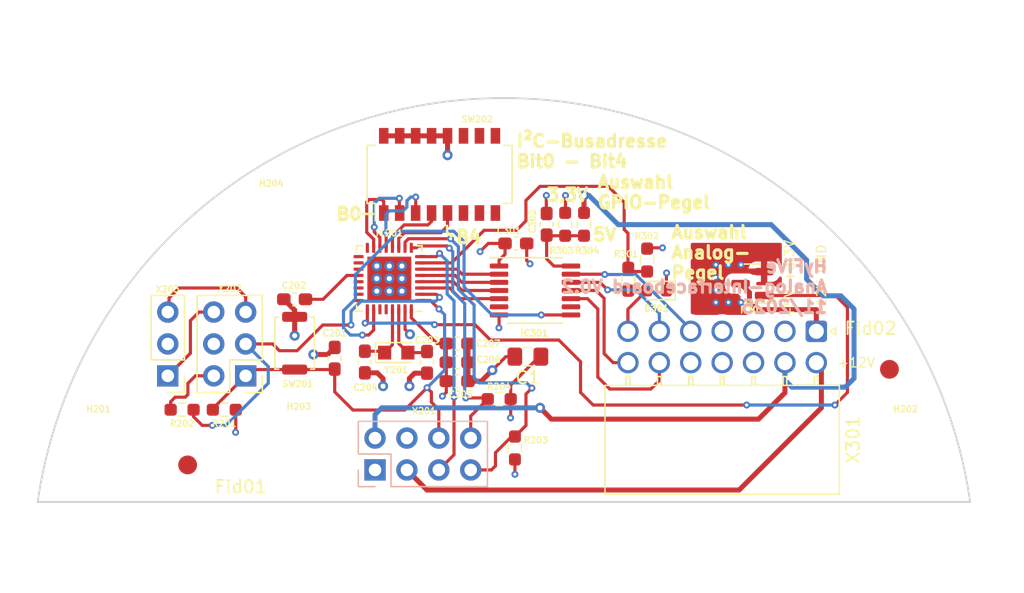
<source format=kicad_pcb>
(kicad_pcb (version 20241229) (generator "pcbnew") (generator_version "9.0")
  (layers (0 "F.Cu" signal) (4 "In1.Cu" power "In1.GND") (6 "In2.Cu" power "In2.PWR") (2 "B.Cu" signal) (13 "F.Paste" user) (15 "B.Paste" user) (5 "F.SilkS" user "F.Silkscreen") (7 "B.SilkS" user "B.Silkscreen") (1 "F.Mask" user) (3 "B.Mask" user) (25 "Edge.Cuts" user))
  (net 0 "")
  (net 1 "/MCU/~{RST}{slash}SBWTDIO")
  (net 2 "GND")
  (net 3 "+3V3")
  (net 4 "/MCU/XIN")
  (net 5 "/MCU/XOUT")
  (net 6 "+5V")
  (net 7 "+12V")
  (net 8 "/MCU/GPIO_Reserve_B2B")
  (net 9 "/MCU/UCB0_SCL")
  (net 10 "/MCU/UCB0_SDA")
  (net 11 "/MCU/TEST_SBWTCK")
  (net 12 "/MCU/UCA1_SPI_STE")
  (net 13 "/MCU/UCA1_SPI_CLK")
  (net 14 "/MCU/UCA1_SPI_MISO")
  (net 15 "/MCU/UCA1_SPI_MOSI")
  (net 16 "/MCU/UCB1_SDA")
  (net 17 "/MCU/UCB1_SCL")
  (net 18 "/MCU/ADDR_B4")
  (net 19 "/MCU/ADDR_B3")
  (net 20 "/MCU/ADDR_B2")
  (net 21 "/MCU/ADDR_B1")
  (net 22 "/MCU/ADDR_B0")
  (net 23 "Net-(IC201-VREG)")
  (net 24 "Net-(IC301-VCCB)")
  (net 25 "Net-(D301-A2)")
  (net 36 "Net-(IC301-B1)")
  (net 38 "/MCU/Interface_Enable")
  (net 40 "Net-(IC301-B3)")
  (net 41 "Net-(IC301-B4)")
  (net 42 "Net-(IC301-B2)")
  (net 43 "Net-(X301-Pin_1)")
  (net 44 "Net-(X202-Pin_2)")
  (net 45 "Net-(X202-Pin_6)")
  (net 46 "Net-(X202-Pin_5)")
  (net 49 "/MCU/Interface_GPIO_4")
  (net 50 "/MCU/Interface_GPIO_3")
  (net 51 "/MCU/Interface_GPIO_2")
  (net 52 "/MCU/Interface_GPIO_1")
  (net 53 "/MCU/Interface_Analog")
  (net 56 "/MCU/Sensor_Lowside_Switch")
  (footprint "Fiducial:Fiducial_1.5mm_Mask4.5mm" (layer "F.Cu") (at 167.82 54.13)
    (property "Reference" "Fid02")
    (property "Value" "Fiducial_1.5mm_Mask4.5mm")
  )
  (footprint "Capacitor_SMD:C_0603_1608Metric_Pad1.08x0.95mm_HandSolder" (layer "F.Cu") (at 131 53.575 -90)
    (property "Reference" "C203")
    (property "Value" "20pF")
  )
  (footprint "Capacitor_SMD:C_0603_1608Metric_Pad1.08x0.95mm_HandSolder" (layer "F.Cu") (at 138.075 44.1)
    (property "Reference" "C301")
    (property "Value" "100nF")
  )
  (footprint "MountingHole:MountingHole_2.7mm_M2.5" (layer "F.Cu") (at 118.6 43.01)
    (property "Reference" "H204")
    (property "Value" "MountingHole")
  )
  (footprint "Capacitor_SMD:C_0603_1608Metric_Pad1.08x0.95mm_HandSolder" (layer "F.Cu") (at 133.4 52.075)
    (property "Reference" "C207")
    (property "Value" "4,7µF 6,3V")
  )
  (footprint "Resistor_SMD:R_0603_1608Metric_Pad0.98x0.95mm_HandSolder" (layer "F.Cu") (at 147.025 46.95 -90)
    (property "Reference" "R301")
    (property "Value" "20k")
  )
  (footprint "Resistor_SMD:R_0603_1608Metric_Pad0.98x0.95mm_HandSolder" (layer "F.Cu") (at 142 42.575 -90)
    (property "Reference" "R303")
    (property "Value" "0 NB")
  )
  (footprint "Resistor_SMD:R_0603_1608Metric_Pad0.98x0.95mm_HandSolder" (layer "F.Cu") (at 136.75 56.5)
    (property "Reference" "R204")
    (property "Value" "10k NB")
  )
  (footprint "Capacitor_SMD:C_0603_1608Metric_Pad1.08x0.95mm_HandSolder" (layer "F.Cu") (at 120.46 48.55 180)
    (property "Reference" "C202")
    (property "Value" "1µF, <200m ESR")
  )
  (footprint "MountingHole:MountingHole_2.7mm_M2.5" (layer "F.Cu") (at 120.86 60.8)
    (property "Reference" "H203")
    (property "Value" "MountingHole")
  )
  (footprint "MountingHole:MountingHole_2.7mm_M2.5" (layer "F.Cu") (at 104.85 61)
    (property "Reference" "H201")
    (property "Value" "MountingHole")
  )
  (footprint "Capacitor_SMD:C_0805_2012Metric_Pad1.18x1.45mm_HandSolder" (layer "F.Cu") (at 139.0275 53.12 180)
    (property "Reference" "C1")
    (property "Value" "100uF")
  )
  (footprint "Resistor_SMD:R_0603_1608Metric_Pad0.98x0.95mm_HandSolder" (layer "F.Cu") (at 148.525 45.425 -90)
    (property "Reference" "R302")
    (property "Value" "38,8k/39k 0,1%")
  )
  (footprint "Diode_SMD:D_0603_1608Metric" (layer "F.Cu") (at 149.275 47.85 180)
    (property "Reference" "D301")
    (property "Value" "82356050101")
  )
  (footprint "Resistor_SMD:R_0603_1608Metric_Pad0.98x0.95mm_HandSolder" (layer "F.Cu") (at 143.5 42.575 -90)
    (property "Reference" "R304")
    (property "Value" "0R")
  )
  (footprint "MountingHole:MountingHole_2.7mm_M2.5" (layer "F.Cu") (at 169.1 61)
    (property "Reference" "H202")
    (property "Value" "MountingHole")
  )
  (footprint "Resistor_SMD:R_0603_1608Metric_Pad0.98x0.95mm_HandSolder" (layer "F.Cu") (at 138 60.4 -90)
    (property "Reference" "R203")
    (property "Value" "10k NB")
  )
  (footprint "Connector_Molex:Molex_Nano-Fit_105314-xx14_2x07_P2.50mm_Horizontal" (layer "F.Cu") (at 162 51.1 -90)
    (property "Reference" "X301")
    (property "Value" "Molex Nano-Fit 105314-1*114")
  )
  (footprint "Capacitor_SMD:C_0603_1608Metric_Pad1.08x0.95mm_HandSolder" (layer "F.Cu") (at 133.4 55.075)
    (property "Reference" "C205")
    (property "Value" "100nF 6,3V")
  )
  (footprint "Button_Switch_SMD:SW_DIP_SPSTx08_Slide_Omron_A6H-8101_W6.15mm_P1.27mm" (layer "F.Cu") (at 132 38.6 90)
    (property "Reference" "SW202")
    (property "Value" "A6H-8101")
  )
  (footprint "Crystal:Crystal_SMD_TXC_9HT11-2Pin_2.0x1.2mm_HandSoldering" (layer "F.Cu") (at 128.55 52.8)
    (property "Reference" "Y201")
    (property "Value" "9HT11-32.768KDZF-T")
  )
  (footprint "Resistor_SMD:R_0603_1608Metric_Pad0.98x0.95mm_HandSolder" (layer "F.Cu") (at 114.86 57.35 180)
    (property "Reference" "R201")
    (property "Value" "47k")
  )
  (footprint "Connector_PinHeader_2.54mm:PinHeader_1x03_P2.54mm_Vertical" (layer "F.Cu") (at 110.36 54.65 180)
    (property "Reference" "X203")
    (property "Value" "Conn_01x03")
  )
  (footprint "Fiducial:Fiducial_1.5mm_Mask4.5mm" (layer "F.Cu") (at 111.94 61.75)
    (property "Reference" "Fid01")
    (property "Value" "Fiducial_1.5mm_Mask4.5mm")
  )
  (footprint "Package_DFN_QFN:VQFN-32-1EP_5x5mm_P0.5mm_EP3.5x3.5mm" (layer "F.Cu") (at 128 46.9 180)
    (property "Reference" "IC201")
    (property "Value" "MSP430FR2673")
  )
  (footprint "Connector_PinHeader_2.54mm:PinHeader_2x03_P2.54mm_Vertical" (layer "F.Cu") (at 116.56 54.65 180)
    (property "Reference" "X202")
    (property "Value" "Conn_02x03_Counter_Clockwise")
  )
  (footprint "Capacitor_SMD:C_0603_1608Metric_Pad1.08x0.95mm_HandSolder" (layer "F.Cu") (at 126.05 53.55 -90)
    (property "Reference" "C204")
    (property "Value" "20pF")
  )
  (footprint "Capacitor_SMD:C_0603_1608Metric_Pad1.08x0.95mm_HandSolder" (layer "F.Cu") (at 140.525 42.575 90)
    (property "Reference" "C302")
    (property "Value" "100nF")
  )
  (footprint "Button_Switch_SMD:SW_Push_SPST_NO_Alps_SKRK" (layer "F.Cu") (at 120.46 52.05 -90)
    (property "Reference" "SW201")
    (property "Value" "SKRKAEE020")
  )
  (footprint "Package_TO_SOT_SMD:SOT-23" (layer "F.Cu") (at 156.9 47.3 180)
    (property "Reference" "K301")
    (property "Value" "SSM3K127TU")
  )
  (footprint "Capacitor_SMD:C_0603_1608Metric_Pad1.08x0.95mm_HandSolder" (layer "F.Cu") (at 133.4 53.575)
    (property "Reference" "C206")
    (property "Value" "1µF, <200m ESR")
  )
  (footprint "Resistor_SMD:R_0603_1608Metric_Pad0.98x0.95mm_HandSolder" (layer "F.Cu") (at 111.5 57.35)
    (property "Reference" "R202")
    (property "Value" "330")
  )
  (footprint "Package_SO:TSSOP-14_4.4x5mm_P0.65mm" (layer "F.Cu") (at 139.6 47.85)
    (property "Reference" "IC301")
    (property "Value" "TXB0104PW")
  )
  (footprint "Capacitor_SMD:C_0603_1608Metric_Pad1.08x0.95mm_HandSolder" (layer "F.Cu") (at 123.65 53.25 90)
    (property "Reference" "C201")
    (property "Value" "1nF 6,3V")
  )
  (footprint "Connector_PinSocket_2.54mm:PinSocket_2x04_P2.54mm_Vertical" (layer "B.Cu") (at 126.86 62.15 -90)
    (property "Reference" "X201")
    (property "Value" "ESQ-104-14-G-D")
  )
  (gr_line (start 132.6 43.2) (end 132.6 42.7) (stroke (width 0.2)) (layer "F.SilkS"))
  (gr_line (start 132.9 43.5) (end 132.6 43.2) (stroke (width 0.2)) (layer "F.SilkS"))
  (gr_line (start 125.9 41.75) (end 126.7 41.75) (stroke (width 0.2)) (layer "F.SilkS"))
  (gr_line (start 133.1 43.5) (end 132.9 43.5) (stroke (width 0.2)) (layer "F.SilkS"))
  (gr_arc (start 100 64.7) (mid 137.123578 32.514184) (end 174.247155 64.7) (stroke (width 0.15)) (layer "Edge.Cuts"))
  (gr_line (start 100 64.7) (end 174.247155 64.7) (stroke (width 0.15)) (layer "Edge.Cuts"))
  (gr_text "Auswahl\nGPIO-Pegel" (at 144.45 40.025 0) (layer "F.SilkS") (effects (font (size 1 1) (thickness 0.25)) (justify left)))
  (gr_text "Auswahl\nAnalog-\nPegel" (at 150.325 44.825 0) (layer "F.SilkS") (effects (font (size 1 1) (thickness 0.25)) (justify left)))
  (gr_text "+12V GND" (at 162.4 50.1 90) (layer "F.SilkS") (effects (font (size 0.75 0.75) (thickness 0.1)) (justify left)))
  (gr_text "3,3V" (at 142.175 40.225 0) (layer "F.SilkS") (effects (font (size 1 1) (thickness 0.25))))
  (gr_text "+5V +3,3V\n" (at 159.85 50.1 90) (layer "F.SilkS") (effects (font (size 0.75 0.75) (thickness 0.1)) (justify left)))
  (gr_text "5V" (at 145.15 43.4 0) (layer "F.SilkS") (effects (font (size 1 1) (thickness 0.25))))
  (gr_text "B4\n" (at 134.325 43.575 0) (layer "F.SilkS") (effects (font (size 1 1) (thickness 0.25))))
  (gr_text "B0" (at 124.8 41.75 0) (layer "F.SilkS") (effects (font (size 1 1) (thickness 0.25))))
  (gr_text "+12V\n" (at 163.6 53.6 0) (layer "F.SilkS") (effects (font (size 0.75 0.75) (thickness 0.1)) (justify left)))
  (gr_text "I²C-Busadresse\nBit0 - Bit4" (at 138 36.75 0) (layer "F.SilkS") (effects (font (size 1 1) (thickness 0.25)) (justify left)))
  (gr_text "\n" (at 159.8 50.1 90) (layer "F.SilkS") (effects (font (size 0.75 0.75) (thickness 0.1)) (justify left)))
  (gr_text "HyFiVe\nAnalog-Interfaceboard V0.2\n11/2025" (at 163 47.55 0) (layer "B.SilkS") (effects (font (size 1 1) (thickness 0.25)) (justify left mirror)))
  (segment (start 120.46 54.15) (end 117.06 54.15) (width 0.25) (layer "F.Cu") (net 1))
  (segment (start 123.6125 54.15) (end 123.65 54.1125) (width 0.25) (layer "F.Cu") (net 1))
  (segment (start 131.35 56.75) (end 131.94 57.34) (width 0.25) (layer "F.Cu") (net 1))
  (segment (start 131.275 48.65) (end 130.45 48.65) (width 0.25) (layer "F.Cu") (net 1))
  (segment (start 129.225 57.375) (end 125.1 57.375) (width 0.25) (layer "F.Cu") (net 1))
  (segment (start 123.65 55.925) (end 123.65 54.1125) (width 0.25) (layer "F.Cu") (net 1))
  (segment (start 131.95 49.325) (end 131.275 48.65) (width 0.25) (layer "F.Cu") (net 1))
  (segment (start 131 55.6) (end 131.35 55.95) (width 0.25) (layer "F.Cu") (net 1))
  (segment (start 131.94 57.34) (end 131.94 59.61) (width 0.25) (layer "F.Cu") (net 1))
  (segment (start 117.06 54.15) (end 116.56 54.65) (width 0.25) (layer "F.Cu") (net 1))
  (segment (start 113.9475 57.35) (end 113.9475 57.2625) (width 0.25) (layer "F.Cu") (net 1))
  (segment (start 131 55.6) (end 129.225 57.375) (width 0.25) (layer "F.Cu") (net 1))
  (segment (start 125.1 57.375) (end 123.65 55.925) (width 0.25) (layer "F.Cu") (net 1))
  (segment (start 120.46 54.15) (end 123.6125 54.15) (width 0.25) (layer "F.Cu") (net 1))
  (segment (start 131.35 55.95) (end 131.35 56.75) (width 0.25) (layer "F.Cu") (net 1))
  (segment (start 113.9475 57.2625) (end 116.56 54.65) (width 0.25) (layer "F.Cu") (net 1))
  (via (at 131 55.6) (size 0.55) (drill 0.25) (layers "F.Cu" "B.Cu") (net 1))
  (via (at 131.95 49.325) (size 0.55) (drill 0.25) (layers "F.Cu" "B.Cu") (net 1))
  (segment (start 131.95 49.325) (end 132.4 49.775) (width 0.25) (layer "B.Cu") (net 1))
  (segment (start 132.4 49.775) (end 132.4 54.2) (width 0.25) (layer "B.Cu") (net 1))
  (segment (start 132.4 54.2) (end 131 55.6) (width 0.25) (layer "B.Cu") (net 1))
  (segment (start 136.7375 49.8) (end 136.7375 50.8125) (width 0.25) (layer "F.Cu") (net 2))
  (segment (start 139.2 45.725) (end 138.9375 45.4625) (width 0.25) (layer "F.Cu") (net 2))
  (segment (start 120.46 49.95) (end 120.46 49.4125) (width 0.4) (layer "F.Cu") (net 2))
  (segment (start 140.5 40.275) (end 140.5 41.6875) (width 0.25) (layer "F.Cu") (net 2))
  (segment (start 134.2625 52.075) (end 134.2625 53.575) (width 0.4) (layer "F.Cu") (net 2))
  (segment (start 136.2 54.2) (end 135.325 55.075) (width 0.4) (layer "F.Cu") (net 2))
  (segment (start 148.525 44.5125) (end 148.5875 44.45) (width 0.25) (layer "F.Cu") (net 2))
  (segment (start 150.0625 47.85) (end 150.0625 46.4625) (width 0.25) (layer "F.Cu") (net 2))
  (segment (start 138.9375 45.4625) (end 138.9375 44.1) (width 0.25) (layer "F.Cu") (net 2))
  (segment (start 127.5 54.875) (end 127.5 55.475) (width 0.4) (layer "F.Cu") (net 2))
  (segment (start 128.825 35.525) (end 130.095 35.525) (width 0.4) (layer "F.Cu") (net 2))
  (segment (start 120.46 49.95) (end 120.46 51.45) (width 0.4) (layer "F.Cu") (net 2))
  (segment (start 140.5 41.6875) (end 140.525 41.7125) (width 0.25) (layer "F.Cu") (net 2))
  (segment (start 121.95 52.95) (end 123.0875 52.95) (width 0.4) (layer "F.Cu") (net 2))
  (segment (start 137.28 53.12) (end 136.2 54.2) (width 0.25) (layer "F.Cu") (net 2))
  (segment (start 132.635 35.525) (end 132.635 37.065) (width 0.4) (layer "F.Cu") (net 2))
  (segment (start 135.325 55.075) (end 134.2625 55.075) (width 0.4) (layer "F.Cu") (net 2))
  (segment (start 123.0875 52.95) (end 123.65 52.3875) (width 0.4) (layer "F.Cu") (net 2))
  (segment (start 150.0625 46.4625) (end 150.075 46.45) (width 0.25) (layer "F.Cu") (net 2))
  (segment (start 131 54.4375) (end 130.0125 54.4375) (width 0.4) (layer "F.Cu") (net 2))
  (segment (start 132.635 35.525) (end 131.365 35.525) (width 0.4) (layer "F.Cu") (net 2))
  (segment (start 137.99 53.12) (end 137.28 53.12) (width 0.25) (layer "F.Cu") (net 2))
  (segment (start 136.7375 50.8125) (end 136.725 50.825) (width 0.25) (layer "F.Cu") (net 2))
  (segment (start 134.2625 53.575) (end 134.2625 55.075) (width 0.4) (layer "F.Cu") (net 2))
  (segment (start 127.0375 54.4125) (end 127.5 54.875) (width 0.4) (layer "F.Cu") (net 2))
  (segment (start 148.5875 44.45) (end 149.75 44.45) (width 0.25) (layer "F.Cu") (net 2))
  (segment (start 130.0125 54.4375) (end 129.6 54.85) (width 0.4) (layer "F.Cu") (net 2))
  (segment (start 129.6 54.85) (end 129.6 55.475) (width 0.4) (layer "F.Cu") (net 2))
  (segment (start 126.05 54.4125) (end 127.0375 54.4125) (width 0.4) (layer "F.Cu") (net 2))
  (segment (start 120.46 49.4125) (end 119.5975 48.55) (width 0.4) (layer "F.Cu") (net 2))
  (segment (start 129.25 50.949598) (end 129.637701 51.337299) (width 0.25) (layer "F.Cu") (net 2))
  (segment (start 130.095 35.525) (end 131.365 35.525) (width 0.4) (layer "F.Cu") (net 2))
  (segment (start 129.25 49.35) (end 129.25 50.949598) (width 0.25) (layer "F.Cu") (net 2))
  (segment (start 127.555 35.525) (end 128.825 35.525) (width 0.4) (layer "F.Cu") (net 2))
  (via (at 154 48.8) (size 0.55) (drill 0.25) (layers "F.Cu" "B.Cu") (net 2))
  (via (at 156 48.8) (size 0.55) (drill 0.25) (layers "F.Cu" "B.Cu") (net 2))
  (via (at 129.637701 51.337299) (size 0.8) (drill 0.4) (layers "F.Cu" "B.Cu") (net 2))
  (via (at 132.635 37.065) (size 0.8) (drill 0.4) (layers "F.Cu" "B.Cu") (net 2))
  (via (at 139.2 45.725) (size 0.55) (drill 0.25) (layers "F.Cu" "B.Cu") (net 2))
  (via (at 129 45.9) (size 0.8) (drill 0.4) (layers "F.Cu" "B.Cu") (net 2))
  (via (at 136.2 54.2) (size 0.8) (drill 0.4) (layers "F.Cu" "B.Cu") (net 2))
  (via (at 155 48.8) (size 0.55) (drill 0.25) (layers "F.Cu" "B.Cu") (net 2))
  (via (at 127 46.9) (size 0.8) (drill 0.4) (layers "F.Cu" "B.Cu") (net 2))
  (via (at 121.95 52.95) (size 0.8) (drill 0.4) (layers "F.Cu" "B.Cu") (net 2))
  (via (at 128 45.9) (size 0.8) (drill 0.4) (layers "F.Cu" "B.Cu") (net 2))
  (via (at 129 47.9) (size 0.8) (drill 0.4) (layers "F.Cu" "B.Cu") (net 2))
  (via (at 140.5 40.275) (size 0.55) (drill 0.25) (layers "F.Cu" "B.Cu") (net 2))
  (via (at 120.46 51.45) (size 0.8) (drill 0.4) (layers "F.Cu" "B.Cu") (net 2))
  (via (at 127 45.9) (size 0.8) (drill 0.4) (layers "F.Cu" "B.Cu") (net 2))
  (via (at 136.725 50.825) (size 0.55) (drill 0.25) (layers "F.Cu" "B.Cu") (net 2))
  (via (at 155 45.8) (size 0.55) (drill 0.25) (layers "F.Cu" "B.Cu") (net 2))
  (via (at 150.075 46.45) (size 0.55) (drill 0.25) (layers "F.Cu" "B.Cu") (net 2))
  (via (at 153.975 46.8) (size 0.55) (drill 0.25) (layers "F.Cu" "B.Cu") (net 2))
  (via (at 128 47.9) (size 0.8) (drill 0.4) (layers "F.Cu" "B.Cu") (net 2))
  (via (at 128 46.9) (size 0.8) (drill 0.4) (layers "F.Cu" "B.Cu") (net 2))
  (via (at 154 47.8) (size 0.55) (drill 0.25) (layers "F.Cu" "B.Cu") (net 2))
  (via (at 149.75 44.45) (size 0.55) (drill 0.25) (layers "F.Cu" "B.Cu") (net 2))
  (via (at 156 45.8) (size 0.55) (drill 0.25) (layers "F.Cu" "B.Cu") (net 2))
  (via (at 129 46.9) (size 0.8) (drill 0.4) (layers "F.Cu" "B.Cu") (net 2))
  (via (at 127 47.9) (size 0.8) (drill 0.4) (layers "F.Cu" "B.Cu") (net 2))
  (via (at 129.6 55.475) (size 0.8) (drill 0.4) (layers "F.Cu" "B.Cu") (net 2))
  (via (at 127.5 55.475) (size 0.8) (drill 0.4) (layers "F.Cu" "B.Cu") (net 2))
  (via (at 154 45.8) (size 0.55) (drill 0.25) (layers "F.Cu" "B.Cu") (net 2))
  (segment (start 140.065 53.12) (end 139.930057 53.12) (width 0.25) (layer "F.Cu") (net 3))
  (segment (start 115.76 59.15) (end 115.7725 59.1375) (width 0.25) (layer "F.Cu") (net 3))
  (segment (start 135.225 44.75) (end 135.875 44.1) (width 0.25) (layer "F.Cu") (net 3))
  (segment (start 142.025 40.275) (end 142.025 41.6375) (width 0.25) (layer "F.Cu") (net 3))
  (segment (start 135.875 44.1) (end 137.2125 44.1) (width 0.25) (layer "F.Cu") (net 3))
  (segment (start 142.025 41.6375) (end 142 41.6625) (width 0.25) (layer "F.Cu") (net 3))
  (segment (start 115.7725 59.1375) (end 115.7725 57.35) (width 0.25) (layer "F.Cu") (net 3))
  (segment (start 137.2125 44.9625) (end 137.2125 44.1) (width 0.25) (layer "F.Cu") (net 3))
  (segment (start 137.6625 55.387557) (end 137.6625 56.5) (width 0.25) (layer "F.Cu") (net 3))
  (segment (start 137.6625 57.9875) (end 137.6625 56.5) (width 0.25) (layer "F.Cu") (net 3))
  (segment (start 132.5375 55.9625) (end 132.5375 53.575) (width 0.25) (layer "F.Cu") (net 3))
  (segment (start 129.75 49.35) (end 129.75 50.025) (width 0.25) (layer "F.Cu") (net 3))
  (segment (start 132.5375 52.075) (end 132.5375 53.575) (width 0.25) (layer "F.Cu") (net 3))
  (segment (start 136.7375 45.4375) (end 137.2125 44.9625) (width 0.25) (layer "F.Cu") (net 3))
  (segment (start 129.75 50.025) (end 131.8 52.075) (width 0.25) (layer "F.Cu") (net 3))
  (segment (start 139.930057 53.12) (end 137.6625 55.387557) (width 0.25) (layer "F.Cu") (net 3))
  (segment (start 132.225 56.275) (end 132.5375 55.9625) (width 0.25) (layer "F.Cu") (net 3))
  (segment (start 137.65 58) (end 137.6625 57.9875) (width 0.25) (layer "F.Cu") (net 3))
  (segment (start 136.7375 45.9) (end 136.7375 45.4375) (width 0.25) (layer "F.Cu") (net 3))
  (segment (start 138 62.5) (end 138 61.3125) (width 0.25) (layer "F.Cu") (net 3))
  (segment (start 131.8 52.075) (end 132.5375 52.075) (width 0.25) (layer "F.Cu") (net 3))
  (via (at 142.025 40.275) (size 0.55) (drill 0.25) (layers "F.Cu" "B.Cu") (net 3))
  (via (at 135.225 44.75) (size 0.55) (drill 0.25) (layers "F.Cu" "B.Cu") (net 3))
  (via (at 137.65 58) (size 0.55) (drill 0.25) (layers "F.Cu" "B.Cu") (net 3))
  (via (at 115.76 59.15) (size 0.55) (drill 0.25) (layers "F.Cu" "B.Cu") (net 3))
  (via (at 132.225 56.275) (size 0.55) (drill 0.25) (layers "F.Cu" "B.Cu") (net 3))
  (via (at 138 62.5) (size 0.55) (drill 0.25) (layers "F.Cu" "B.Cu") (net 3))
  (segment (start 128.75 52.075) (end 128.75 49.35) (width 0.25) (layer "F.Cu") (net 4))
  (segment (start 129.475 52.8) (end 130.9375 52.8) (width 0.25) (layer "F.Cu") (net 4))
  (segment (start 129.475 52.8) (end 128.75 52.075) (width 0.25) (layer "F.Cu") (net 4))
  (segment (start 130.9375 52.8) (end 131.05 52.6875) (width 0.25) (layer "F.Cu") (net 4))
  (segment (start 127.5125 52.6875) (end 127.625 52.8) (width 0.25) (layer "F.Cu") (net 5))
  (segment (start 126.05 52.6875) (end 127.5125 52.6875) (width 0.25) (layer "F.Cu") (net 5))
  (segment (start 128.25 49.35) (end 128.25 52.175) (width 0.25) (layer "F.Cu") (net 5))
  (segment (start 128.25 52.175) (end 127.625 52.8) (width 0.25) (layer "F.Cu") (net 5))
  (segment (start 157.4 58.1) (end 159.5 56) (width 0.4) (layer "F.Cu") (net 6))
  (segment (start 143.5 40.275) (end 143.5 41.6625) (width 0.4) (layer "F.Cu") (net 6))
  (segment (start 159.5 56) (end 159.5 53.6) (width 0.4) (layer "F.Cu") (net 6))
  (segment (start 140 57.2) (end 140.9 58.1) (width 0.4) (layer "F.Cu") (net 6))
  (segment (start 140.9 58.1) (end 157.4 58.1) (width 0.4) (layer "F.Cu") (net 6))
  (via (at 143.5 40.275) (size 0.8) (drill 0.4) (layers "F.Cu" "B.Cu") (net 6))
  (via (at 140 57.2) (size 0.8) (drill 0.4) (layers "F.Cu" "B.Cu") (net 6))
  (segment (start 161.225 45.425) (end 161.225 46.95) (width 0.4) (layer "B.Cu") (net 6))
  (segment (start 143.9 40.275) (end 146.225 42.6) (width 0.4) (layer "B.Cu") (net 6))
  (segment (start 140 57.2) (end 127.4 57.2) (width 0.4) (layer "B.Cu") (net 6))
  (segment (start 165 54.85) (end 164.3 55.55) (width 0.4) (layer "B.Cu") (net 6))
  (segment (start 159.5 55) (end 159.5 53.6) (width 0.4) (layer "B.Cu") (net 6))
  (segment (start 163.95 48.275) (end 165 49.325) (width 0.4) (layer "B.Cu") (net 6))
  (segment (start 146.225 42.6) (end 158.4 42.6) (width 0.4) (layer "B.Cu") (net 6))
  (segment (start 127.4 57.2) (end 126.86 57.74) (width 0.4) (layer "B.Cu") (net 6))
  (segment (start 162.55 48.275) (end 163.95 48.275) (width 0.4) (layer "B.Cu") (net 6))
  (segment (start 160.05 55.55) (end 159.5 55) (width 0.4) (layer "B.Cu") (net 6))
  (segment (start 158.4 42.6) (end 161.225 45.425) (width 0.4) (layer "B.Cu") (net 6))
  (segment (start 143.5 40.275) (end 143.9 40.275) (width 0.4) (layer "B.Cu") (net 6))
  (segment (start 159.5 54) (end 159.9 53.6) (width 0.4) (layer "B.Cu") (net 6))
  (segment (start 161.225 46.95) (end 162.55 48.275) (width 0.4) (layer "B.Cu") (net 6))
  (segment (start 164.3 55.55) (end 160.05 55.55) (width 0.4) (layer "B.Cu") (net 6))
  (segment (start 126.86 57.74) (end 126.86 59.61) (width 0.4) (layer "B.Cu") (net 6))
  (segment (start 165 49.325) (end 165 54.85) (width 0.4) (layer "B.Cu") (net 6))
  (segment (start 155.85 63.75) (end 162.4 57.2) (width 0.4) (layer "F.Cu") (net 7))
  (segment (start 129.4 62.15) (end 131 63.75) (width 0.4) (layer "F.Cu") (net 7))
  (segment (start 162.4 57.2) (end 162.4 53.6) (width 0.4) (layer "F.Cu") (net 7))
  (segment (start 131 63.75) (end 155.85 63.75) (width 0.4) (layer "F.Cu") (net 7))
  (segment (start 131.349 45.15) (end 131.749 45.15) (width 0.25) (layer "F.Cu") (net 8))
  (segment (start 133.15 60.94) (end 131.94 62.15) (width 0.25) (layer "F.Cu") (net 8))
  (segment (start 131.349 45.15) (end 130.45 45.15) (width 0.25) (layer "F.Cu") (net 8))
  (segment (start 133.15 56.35) (end 133.15 60.94) (width 0.25) (layer "F.Cu") (net 8))
  (segment (start 131.749 45.15) (end 132 44.899) (width 0.25) (layer "F.Cu") (net 8))
  (via (at 133.15 56.35) (size 0.55) (drill 0.25) (layers "F.Cu" "B.Cu") (net 8))
  (via (at 132 44.899) (size 0.55) (drill 0.25) (layers "F.Cu" "B.Cu") (net 8))
  (segment (start 133.15 48.677162) (end 132.60048 48.127641) (width 0.25) (layer "B.Cu") (net 8))
  (segment (start 132.60048 45.49948) (end 132 44.899) (width 0.25) (layer "B.Cu") (net 8))
  (segment (start 133.15 56.35) (end 133.15 48.677162) (width 0.25) (layer "B.Cu") (net 8))
  (segment (start 132.60048 48.127641) (end 132.60048 45.49948) (width 0.25) (layer "B.Cu") (net 8))
  (segment (start 139.35 55.63) (end 138.88 56.1) (width 0.25) (layer "F.Cu") (net 9))
  (segment (start 138.88 58.6075) (end 138 59.4875) (width 0.25) (layer "F.Cu") (net 9))
  (segment (start 138 59.4875) (end 137.7375 59.4875) (width 0.25) (layer "F.Cu") (net 9))
  (segment (start 138.88 56.1) (end 138.88 58.6075) (width 0.25) (layer "F.Cu") (net 9))
  (segment (start 136.45 60.775) (end 136.45 61.825) (width 0.25) (layer "F.Cu") (net 9))
  (segment (start 129.25 44.002672) (end 129.527192 43.72548) (width 0.25) (layer "F.Cu") (net 9))
  (segment (start 134.48 62.15) (end 136.125 62.15) (width 0.25) (layer "F.Cu") (net 9))
  (segment (start 137.7375 59.4875) (end 136.45 60.775) (width 0.25) (layer "F.Cu") (net 9))
  (segment (start 136.45 61.825) (end 136.125 62.15) (width 0.25) (layer "F.Cu") (net 9))
  (segment (start 129.25 44.45) (end 129.25 44.002672) (width 0.25) (layer "F.Cu") (net 9))
  (segment (start 129.527192 43.72548) (end 132.87548 43.72548) (width 0.25) (layer "F.Cu") (net 9))
  (via (at 132.87548 43.72548) (size 0.55) (drill 0.25) (layers "F.Cu" "B.Cu") (net 9))
  (via (at 139.35 55.63) (size 0.55) (drill 0.25) (layers "F.Cu" "B.Cu") (net 9))
  (segment (start 135.16 55.21) (end 134.75 54.8) (width 0.25) (layer "B.Cu") (net 9))
  (segment (start 133.5 47.755727) (end 133.5 44.35) (width 0.25) (layer "B.Cu") (net 9))
  (segment (start 138.93 55.21) (end 135.16 55.21) (width 0.25) (layer "B.Cu") (net 9))
  (segment (start 139.35 55.63) (end 138.93 55.21) (width 0.25) (layer "B.Cu") (net 9))
  (segment (start 134.75 49.005727) (end 133.5 47.755727) (width 0.25) (layer "B.Cu") (net 9))
  (segment (start 133.5 44.35) (end 132.87548 43.72548) (width 0.25) (layer "B.Cu") (net 9))
  (segment (start 134.75 54.8) (end 134.75 49.005727) (width 0.25) (layer "B.Cu") (net 9))
  (segment (start 130.15 44.45) (end 129.75 44.45) (width 0.25) (layer "F.Cu") (net 10))
  (segment (start 134.48 57.8575) (end 134.48 59.61) (width 0.25) (layer "F.Cu") (net 10))
  (segment (start 135.8375 56.5) (end 134.48 57.8575) (width 0.25) (layer "F.Cu") (net 10))
  (segment (start 130.3005 44.2995) (end 132.5995 44.2995) (width 0.25) (layer "F.Cu") (net 10))
  (segment (start 134.088589 56.411411) (end 135.748911 56.411411) (width 0.25) (layer "F.Cu") (net 10))
  (segment (start 132.775 44.475) (end 132.5995 44.2995) (width 0.25) (layer "F.Cu") (net 10))
  (segment (start 130.3005 44.2995) (end 130.15 44.45) (width 0.25) (layer "F.Cu") (net 10))
  (segment (start 135.748911 56.411411) (end 135.8375 56.5) (width 0.25) (layer "F.Cu") (net 10))
  (via (at 134.088589 56.411411) (size 0.55) (drill 0.25) (layers "F.Cu" "B.Cu") (net 10))
  (via (at 132.775 44.475) (size 0.55) (drill 0.25) (layers "F.Cu" "B.Cu") (net 10))
  (segment (start 133.05 44.75) (end 133.05 47.941444) (width 0.25) (layer "B.Cu") (net 10))
  (segment (start 134 56.322822) (end 134.088589 56.411411) (width 0.25) (layer "B.Cu") (net 10))
  (segment (start 133.05 47.941444) (end 134 48.891444) (width 0.25) (layer "B.Cu") (net 10))
  (segment (start 132.775 44.475) (end 133.05 44.75) (width 0.25) (layer "B.Cu") (net 10))
  (segment (start 134 48.891444) (end 134 56.322822) (width 0.25) (layer "B.Cu") (net 10))
  (segment (start 122.7 50.6) (end 120.65 52.65) (width 0.25) (layer "F.Cu") (net 11))
  (segment (start 112.4125 57.9125) (end 112.4125 57.35) (width 0.25) (layer "F.Cu") (net 11))
  (segment (start 113.9 58.6) (end 113.1 58.6) (width 0.25) (layer "F.Cu") (net 11))
  (segment (start 124.95 50.6) (end 122.7 50.6) (width 0.25) (layer "F.Cu") (net 11))
  (segment (start 132 48.4) (end 131.75 48.15) (width 0.25) (layer "F.Cu") (net 11))
  (segment (start 118.71 52.11) (end 116.56 52.11) (width 0.25) (layer "F.Cu") (net 11))
  (segment (start 119.25 52.65) (end 118.71 52.11) (width 0.25) (layer "F.Cu") (net 11))
  (segment (start 120.65 52.65) (end 119.25 52.65) (width 0.25) (layer "F.Cu") (net 11))
  (segment (start 131.75 48.15) (end 130.45 48.15) (width 0.25) (layer "F.Cu") (net 11))
  (segment (start 113.1 58.6) (end 112.4125 57.9125) (width 0.25) (layer "F.Cu") (net 11))
  (via (at 124.95 50.6) (size 0.55) (drill 0.25) (layers "F.Cu" "B.Cu") (net 11))
  (via (at 132 48.4) (size 0.55) (drill 0.25) (layers "F.Cu" "B.Cu") (net 11))
  (via (at 113.9 58.6) (size 0.55) (drill 0.25) (layers "F.Cu" "B.Cu") (net 11))
  (segment (start 118.36 55.239022) (end 118.36 53.91) (width 0.25) (layer "B.Cu") (net 11))
  (segment (start 118.36 53.91) (end 116.56 52.11) (width 0.25) (layer "B.Cu") (net 11))
  (segment (start 125.75 48.7) (end 124.95 49.5) (width 0.25) (layer "B.Cu") (net 11))
  (segment (start 113.9 58.6) (end 114.999022 58.6) (width 0.25) (layer "B.Cu") (net 11))
  (segment (start 114.999022 58.6) (end 118.36 55.239022) (width 0.25) (layer "B.Cu") (net 11))
  (segment (start 132 48.4) (end 131.7 48.7) (width 0.25) (layer "B.Cu") (net 11))
  (segment (start 131.7 48.7) (end 125.75 48.7) (width 0.25) (layer "B.Cu") (net 11))
  (segment (start 124.95 49.5) (end 124.95 50.6) (width 0.25) (layer "B.Cu") (net 11))
  (segment (start 129.188802 43.25048) (end 128.75 43.689282) (width 0.25) (layer "F.Cu") (net 18))
  (segment (start 132.635 42.71548) (end 132.1 43.25048) (width 0.25) (layer "F.Cu") (net 18))
  (segment (start 132.1 43.25048) (end 129.188802 43.25048) (width 0.25) (layer "F.Cu") (net 18))
  (segment (start 128.75 43.689282) (end 128.75 44.45) (width 0.25) (layer "F.Cu") (net 18))
  (segment (start 132.635 41.675) (end 132.635 42.71548) (width 0.25) (layer "F.Cu") (net 18))
  (segment (start 128.25 44.45) (end 128.25 43.553564) (width 0.25) (layer "F.Cu") (net 19))
  (segment (start 131.365 42.335) (end 131.365 41.675) (width 0.25) (layer "F.Cu") (net 19))
  (segment (start 128.25 43.553564) (end 129.179053 42.624511) (width 0.25) (layer "F.Cu") (net 19))
  (segment (start 131.075489 42.624511) (end 131.365 42.335) (width 0.25) (layer "F.Cu") (net 19))
  (segment (start 129.179053 42.624511) (end 131.075489 42.624511) (width 0.25) (layer "F.Cu") (net 19))
  (segment (start 130.1 41.67) (end 130.095 41.675) (width 0.25) (layer "F.Cu") (net 20))
  (segment (start 127.75 43.281557) (end 127.727708 43.259265) (width 0.25) (layer "F.Cu") (net 20))
  (segment (start 130.1 40.4) (end 130.1 41.67) (width 0.25) (layer "F.Cu") (net 20))
  (segment (start 127.75 44.45) (end 127.75 43.281557) (width 0.25) (layer "F.Cu") (net 20))
  (via (at 127.727708 43.259265) (size 0.55) (drill 0.25) (layers "F.Cu" "B.Cu") (net 20))
  (via (at 130.1 40.4) (size 0.55) (drill 0.25) (layers "F.Cu" "B.Cu") (net 20))
  (segment (start 127.727708 43.259265) (end 127.727708 41.772292) (width 0.25) (layer "B.Cu") (net 20))
  (segment (start 128 41.5) (end 129.1 41.5) (width 0.25) (layer "B.Cu") (net 20))
  (segment (start 129.399511 41.200489) (end 129.399511 40.700489) (width 0.25) (layer "B.Cu") (net 20))
  (segment (start 129.1 41.5) (end 129.399511 41.200489) (width 0.25) (layer "B.Cu") (net 20))
  (segment (start 129.7 40.4) (end 130.1 40.4) (width 0.25) (layer "B.Cu") (net 20))
  (segment (start 127.727708 41.772292) (end 128 41.5) (width 0.25) (layer "B.Cu") (net 20))
  (segment (start 129.399511 40.700489) (end 129.7 40.4) (width 0.25) (layer "B.Cu") (net 20))
  (segment (start 126.8 43.179395) (end 127.25 43.629395) (width 0.25) (layer "F.Cu") (net 21))
  (segment (start 128.8 40.5) (end 128.8 41.65) (width 0.25) (layer "F.Cu") (net 21))
  (segment (start 126.8 42.8) (end 126.8 43.179395) (width 0.25) (layer "F.Cu") (net 21))
  (segment (start 128.8 41.65) (end 128.825 41.675) (width 0.25) (layer "F.Cu") (net 21))
  (segment (start 127.25 43.629395) (end 127.25 44.45) (width 0.25) (layer "F.Cu") (net 21))
  (via (at 126.8 42.8) (size 0.55) (drill 0.25) (layers "F.Cu" "B.Cu") (net 21))
  (via (at 128.8 40.5) (size 0.55) (drill 0.25) (layers "F.Cu" "B.Cu") (net 21))
  (segment (start 127.2 40.5) (end 128.8 40.5) (width 0.25) (layer "B.Cu") (net 21))
  (segment (start 126.8 40.9) (end 127.2 40.5) (width 0.25) (layer "B.Cu") (net 21))
  (segment (start 126.8 42.8) (end 126.8 40.9) (width 0.25) (layer "B.Cu") (net 21))
  (segment (start 127.555 41.675) (end 127.555 40.755) (width 0.25) (layer "F.Cu") (net 22))
  (segment (start 126.2 40.8) (end 126.2 43.215113) (width 0.25) (layer "F.Cu") (net 22))
  (segment (start 126.75 43.765113) (end 126.75 44.45) (width 0.25) (layer "F.Cu") (net 22))
  (segment (start 127.4 40.6) (end 126.4 40.6) (width 0.25) (layer "F.Cu") (net 22))
  (segment (start 127.555 40.755) (end 127.4 40.6) (width 0.25) (layer "F.Cu") (net 22))
  (segment (start 126.4 40.6) (end 126.2 40.8) (width 0.25) (layer "F.Cu") (net 22))
  (segment (start 126.2 43.215113) (end 126.75 43.765113) (width 0.25) (layer "F.Cu") (net 22))
  (segment (start 121.3225 48.55) (end 122.725 48.55) (width 0.25) (layer "F.Cu") (net 23))
  (segment (start 124.625 46.65) (end 122.725 48.55) (width 0.25) (layer "F.Cu") (net 23))
  (segment (start 125.55 46.65) (end 124.625 46.65) (width 0.25) (layer "F.Cu") (net 23))
  (segment (start 140.525 43.4375) (end 140.525 45.325) (width 0.25) (layer "F.Cu") (net 24))
  (segment (start 141.1 45.9) (end 142.4625 45.9) (width 0.25) (layer "F.Cu") (net 24))
  (segment (start 140.525 45.325) (end 141.1 45.9) (width 0.25) (layer "F.Cu") (net 24))
  (segment (start 142 43.4875) (end 140.575 43.4875) (width 0.25) (layer "F.Cu") (net 24))
  (segment (start 143.5 43.4875) (end 142 43.4875) (width 0.25) (layer "F.Cu") (net 24))
  (segment (start 140.575 43.4875) (end 140.525 43.4375) (width 0.25) (layer "F.Cu") (net 24))
  (segment (start 147 51.1) (end 147 49.3375) (width 0.25) (layer "F.Cu") (net 25))
  (segment (start 148.4875 47.85) (end 147.0375 47.85) (width 0.25) (layer "F.Cu") (net 25))
  (segment (start 147.0375 47.85) (end 147.025 47.8625) (width 0.25) (layer "F.Cu") (net 25))
  (segment (start 147 51.1) (end 147 49.35) (width 0.25) (layer "F.Cu") (net 25))
  (segment (start 147 49.3375) (end 148.4875 47.85) (width 0.25) (layer "F.Cu") (net 25))
  (segment (start 145.125 46.55) (end 142.4625 46.55) (width 0.25) (layer "F.Cu") (net 36))
  (segment (start 145.15 46.575) (end 145.125 46.55) (width 0.25) (layer "F.Cu") (net 36))
  (via (at 145.15 46.575) (size 0.55) (drill 0.25) (layers "F.Cu" "B.Cu") (net 36))
  (segment (start 147.625 46.575) (end 152 50.95) (width 0.25) (layer "B.Cu") (net 36))
  (segment (start 145.15 46.575) (end 147.625 46.575) (width 0.25) (layer "B.Cu") (net 36))
  (segment (start 152 50.95) (end 152 51.1) (width 0.25) (layer "B.Cu") (net 36))
  (segment (start 126.75 49.35) (end 126.75 51) (width 0.25) (layer "F.Cu") (net 38))
  (segment (start 140.1 49.8) (end 142.4625 49.8) (width 0.25) (layer "F.Cu") (net 38))
  (segment (start 126.75 51) (end 126.35 51.4) (width 0.25) (layer "F.Cu") (net 38))
  (segment (start 126.35 51.4) (end 125.85 51.4) (width 0.25) (layer "F.Cu") (net 38))
  (via (at 140.1 49.8) (size 0.55) (drill 0.25) (layers "F.Cu" "B.Cu") (net 38))
  (via (at 125.85 51.4) (size 0.55) (drill 0.25) (layers "F.Cu" "B.Cu") (net 38))
  (segment (start 136.179991 49.8) (end 133.94952 47.569529) (width 0.25) (layer "B.Cu") (net 38))
  (segment (start 133.94952 47.569529) (end 133.94952 43.951682) (width 0.25) (layer "B.Cu") (net 38))
  (segment (start 124.350489 49.463794) (end 124.350489 50.848327) (width 0.25) (layer "B.Cu") (net 38))
  (segment (start 128.749417 43.125969) (end 125.30048 46.574906) (width 0.25) (layer "B.Cu") (net 38))
  (segment (start 124.902162 51.4) (end 125.85 51.4) (width 0.25) (layer "B.Cu") (net 38))
  (segment (start 125.30048 48.513803) (end 124.350489 49.463794) (width 0.25) (layer "B.Cu") (net 38))
  (segment (start 133.94952 43.951682) (end 133.123807 43.125969) (width 0.25) (layer "B.Cu") (net 38))
  (segment (start 140.1 49.8) (end 136.179991 49.8) (width 0.25) (layer "B.Cu") (net 38))
  (segment (start 125.30048 46.574906) (end 125.30048 48.513803) (width 0.25) (layer "B.Cu") (net 38))
  (segment (start 133.123807 43.125969) (end 128.749417 43.125969) (width 0.25) (layer "B.Cu") (net 38))
  (segment (start 124.350489 50.848327) (end 124.902162 51.4) (width 0.25) (layer "B.Cu") (net 38))
  (segment (start 145.825 53.6) (end 147 53.6) (width 0.25) (layer "F.Cu") (net 40))
  (segment (start 145.1 52.875) (end 145.825 53.6) (width 0.25) (layer "F.Cu") (net 40))
  (segment (start 145.1 48.475) (end 145.1 52.875) (width 0.25) (layer "F.Cu") (net 40))
  (segment (start 144.475 47.85) (end 145.1 48.475) (width 0.25) (layer "F.Cu") (net 40))
  (segment (start 142.4625 47.85) (end 144.475 47.85) (width 0.25) (layer "F.Cu") (net 40))
  (segment (start 144.6 54.75) (end 145.55 55.7) (width 0.25) (layer "F.Cu") (net 41))
  (segment (start 145.55 55.7) (end 148.825 55.7) (width 0.25) (layer "F.Cu") (net 41))
  (segment (start 142.4625 48.5) (end 143.775 48.5) (width 0.25) (layer "F.Cu") (net 41))
  (segment (start 149.5 55.025) (end 149.5 53.6) (width 0.25) (layer "F.Cu") (net 41))
  (segment (start 148.825 55.7) (end 149.5 55.025) (width 0.25) (layer "F.Cu") (net 41))
  (segment (start 144.6 49.325) (end 144.6 54.75) (width 0.25) (layer "F.Cu") (net 41))
  (segment (start 143.775 48.5) (end 144.6 49.325) (width 0.25) (layer "F.Cu") (net 41))
  (segment (start 142.4625 47.2) (end 144.775 47.2) (width 0.25) (layer "F.Cu") (net 42))
  (segment (start 144.775 47.2) (end 145.375 47.8) (width 0.25) (layer "F.Cu") (net 42))
  (via (at 145.375 47.8) (size 0.55) (drill 0.25) (layers "F.Cu" "B.Cu") (net 42))
  (segment (start 145.375 47.8) (end 147.625 47.8) (width 0.25) (layer "B.Cu") (net 42))
  (segment (start 149.5 49.675) (end 149.5 51.1) (width 0.25) (layer "B.Cu") (net 42))
  (segment (start 147.625 47.8) (end 149.5 49.675) (width 0.25) (layer "B.Cu") (net 42))
  (segment (start 156.676 48.0135) (end 155.9625 47.3) (width 0.4) (layer "F.Cu") (net 43))
  (segment (start 157.295 49.375) (end 156.676 48.756) (width 0.4) (layer "F.Cu") (net 43))
  (segment (start 162 49.375) (end 157.295 49.375) (width 0.4) (layer "F.Cu") (net 43))
  (segment (start 162 51.1) (end 162 49.375) (width 0.4) (layer "F.Cu") (net 43))
  (segment (start 155.475 47.3) (end 155.9625 47.3) (width 0.4) (layer "F.Cu") (net 43))
  (segment (start 156.676 48.756) (end 156.676 48.0135) (width 0.4) (layer "F.Cu") (net 43))
  (segment (start 114.02 54.65) (end 112.56 54.65) (width 0.25) (layer "F.Cu") (net 44))
  (segment (start 110.5875 56.7125) (end 110.5875 57.35) (width 0.25) (layer "F.Cu") (net 44))
  (segment (start 111.75 56.35) (end 110.95 56.35) (width 0.25) (layer "F.Cu") (net 44))
  (segment (start 111.96 55.25) (end 111.96 56.14) (width 0.25) (layer "F.Cu") (net 44))
  (segment (start 112.56 54.65) (end 111.96 55.25) (width 0.25) (layer "F.Cu") (net 44))
  (segment (start 111.96 56.14) (end 111.75 56.35) (width 0.25) (layer "F.Cu") (net 44))
  (segment (start 110.95 56.35) (end 110.5875 56.7125) (width 0.25) (layer "F.Cu") (net 44))
  (segment (start 112.84 49.57) (end 114.02 49.57) (width 0.25) (layer "F.Cu") (net 45))
  (segment (start 112.16 50.25) (end 112.84 49.57) (width 0.25) (layer "F.Cu") (net 45))
  (segment (start 112.16 52.85) (end 112.16 50.25) (width 0.25) (layer "F.Cu") (net 45))
  (segment (start 110.36 54.65) (end 112.16 52.85) (width 0.25) (layer "F.Cu") (net 45))
  (segment (start 116.56 48.35) (end 116.56 49.57) (width 0.25) (layer "F.Cu") (net 46))
  (segment (start 111.26 47.65) (end 115.86 47.65) (width 0.25) (layer "F.Cu") (net 46))
  (segment (start 110.46 48.45) (end 111.26 47.65) (width 0.25) (layer "F.Cu") (net 46))
  (segment (start 110.46 50.31) (end 110.46 48.45) (width 0.25) (layer "F.Cu") (net 46))
  (segment (start 115.86 47.65) (end 116.56 48.35) (width 0.25) (layer "F.Cu") (net 46))
  (segment (start 133.65 48.5) (end 136.7375 48.5) (width 0.25) (layer "F.Cu") (net 49))
  (segment (start 132.8 47.65) (end 133.65 48.5) (width 0.25) (layer "F.Cu") (net 49))
  (segment (start 130.45 47.65) (end 132.8 47.65) (width 0.25) (layer "F.Cu") (net 49))
  (segment (start 130.45 47.15) (end 133.1 47.15) (width 0.25) (layer "F.Cu") (net 50))
  (segment (start 133.1 47.15) (end 133.8 47.85) (width 0.25) (layer "F.Cu") (net 50))
  (segment (start 133.8 47.85) (end 136.7375 47.85) (width 0.25) (layer "F.Cu") (net 50))
  (segment (start 136.7375 47.2) (end 133.785718 47.2) (width 0.25) (layer "F.Cu") (net 51))
  (segment (start 133.235718 46.65) (end 130.45 46.65) (width 0.25) (layer "F.Cu") (net 51))
  (segment (start 133.785718 47.2) (end 133.235718 46.65) (width 0.25) (layer "F.Cu") (net 51))
  (segment (start 130.45 46.15) (end 133.4 46.15) (width 0.25) (layer "F.Cu") (net 52))
  (segment (start 133.4 46.15) (end 133.8 46.55) (width 0.25) (layer "F.Cu") (net 52))
  (segment (start 133.8 46.55) (end 136.7375 46.55) (width 0.25) (layer "F.Cu") (net 52))
  (segment (start 148.525 46.3375) (end 147.325 46.3375) (width 0.25) (layer "F.Cu") (net 53))
  (segment (start 146.7 42.9875) (end 147 43.2875) (width 0.25) (layer "F.Cu") (net 53))
  (segment (start 138.875 42.3) (end 138.875 40.675) (width 0.25) (layer "F.Cu") (net 53))
  (segment (start 147 46.0125) (end 147.025 46.0375) (width 0.25) (layer "F.Cu") (net 53))
  (segment (start 135.55 43.05) (end 138.125 43.05) (width 0.25) (layer "F.Cu") (net 53))
  (segment (start 147.325 46.3375) (end 147.025 46.0375) (width 0.25) (layer "F.Cu") (net 53))
  (segment (start 140 39.55) (end 145.425 39.55) (width 0.25) (layer "F.Cu") (net 53))
  (segment (start 132.95 45.65) (end 135.55 43.05) (width 0.25) (layer "F.Cu") (net 53))
  (segment (start 146.7 40.825) (end 146.7 42.9875) (width 0.25) (layer "F.Cu") (net 53))
  (segment (start 147 43.2875) (end 147 46.0125) (width 0.25) (layer "F.Cu") (net 53))
  (segment (start 138.875 40.675) (end 140 39.55) (width 0.25) (layer "F.Cu") (net 53))
  (segment (start 130.45 45.65) (end 132.95 45.65) (width 0.25) (layer "F.Cu") (net 53))
  (segment (start 138.125 43.05) (end 138.875 42.3) (width 0.25) (layer "F.Cu") (net 53))
  (segment (start 145.425 39.55) (end 146.7 40.825) (width 0.25) (layer "F.Cu") (net 53))
  (segment (start 145.075 56.975) (end 156.45 56.975) (width 0.25) (layer "F.Cu") (net 56))
  (segment (start 163.475 56.975) (end 164.475 55.975) (width 0.25) (layer "F.Cu") (net 56))
  (segment (start 135.425 51.175) (end 136.05 51.8) (width 0.25) (layer "F.Cu") (net 56))
  (segment (start 143.225 55.975) (end 144.225 56.975) (width 0.25) (layer "F.Cu") (net 56))
  (segment (start 144.225 56.975) (end 145.075 56.975) (width 0.25) (layer "F.Cu") (net 56))
  (segment (start 143.225 53.525) (end 143.225 55.975) (width 0.25) (layer "F.Cu") (net 56))
  (segment (start 164.475 49.2) (end 163.525 48.25) (width 0.25) (layer "F.Cu") (net 56))
  (segment (start 134.825 50.575) (end 135.425 51.175) (width 0.25) (layer "F.Cu") (net 56))
  (segment (start 141.5 51.8) (end 142.375 52.675) (width 0.25) (layer "F.Cu") (net 56))
  (segment (start 131.6 50.575) (end 134.825 50.575) (width 0.25) (layer "F.Cu") (net 56))
  (segment (start 126.25 49.35) (end 126.25 50.275) (width 0.25) (layer "F.Cu") (net 56))
  (segment (start 142.375 52.675) (end 143.225 53.525) (width 0.25) (layer "F.Cu") (net 56))
  (segment (start 164.475 55.975) (end 164.475 49.2) (width 0.25) (layer "F.Cu") (net 56))
  (segment (start 139.85 51.8) (end 141.5 51.8) (width 0.25) (layer "F.Cu") (net 56))
  (segment (start 136.05 51.8) (end 139.85 51.8) (width 0.25) (layer "F.Cu") (net 56))
  (segment (start 126.25 50.275) (end 126.075 50.45) (width 0.25) (layer "F.Cu") (net 56))
  (segment (start 163.525 48.25) (end 157.8375 48.25) (width 0.25) (layer "F.Cu") (net 56))
  (via (at 131.6 50.575) (size 0.55) (drill 0.25) (layers "F.Cu" "B.Cu") (net 56))
  (via (at 163.475 56.975) (size 0.55) (drill 0.25) (layers "F.Cu" "B.Cu") (net 56))
  (via (at 156.45 56.975) (size 0.55) (drill 0.25) (layers "F.Cu" "B.Cu") (net 56))
  (via (at 126.075 50.45) (size 0.55) (drill 0.25) (layers "F.Cu" "B.Cu") (net 56))
  (segment (start 131.475 50.45) (end 131.6 50.575) (width 0.25) (layer "B.Cu") (net 56))
  (segment (start 126.075 50.45) (end 131.475 50.45) (width 0.25) (layer "B.Cu") (net 56))
  (segment (start 156.45 56.975) (end 163.475 56.975) (width 0.25) (layer "B.Cu") (net 56))
  (zone (net 2) (net_name "GND") (layer "F.Cu") (connect_pads (clearance 0.508)) (min_thickness 0.254) (fill yes (thermal_gap 0.508) (thermal_bridge_width 0.508))
    (polygon (pts (xy 159.25 49.8) (xy 152 49.8) (xy 152 44.05) (xy 159.25 44.05)))
  )
)
</source>
